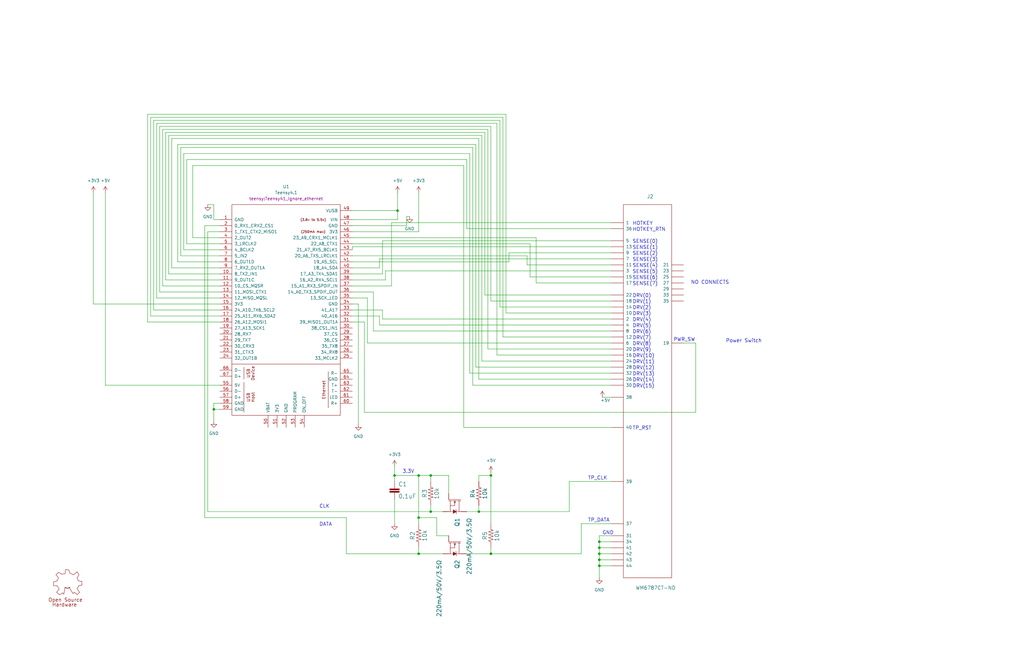
<source format=kicad_sch>
(kicad_sch (version 20211123) (generator eeschema)
  (paper "User" 431.8 279.4)
  (lib_symbols
    (symbol "T61_LC_Scanner-eagle-import:0.1UF-0603-25V-(+80_-20%)" (pin_names (offset 1.016))
      (property "Reference" "C" (at 1.524 2.921 0))
      (property "Value" "0.1UF-0603-25V-(+80_-20%)" (at 1.524 -2.159 0))
      (symbol "0.1UF-0603-25V-(+80_-20%)_1_0"
        (rectangle (start -2.032 0.508) (end 2.032 1.016) (fill (type outline)))
        (rectangle (start -2.032 1.524) (end 2.032 2.032) (fill (type outline)))
        (polyline (pts (xy 0 0) (xy 0 0.508)))
        (polyline (pts (xy 0 2.54) (xy 0 2.032)))
        (pin passive line (at 0 5.08 270) (length 2.54) (name "1") (number "1"))
        (pin passive line (at 0 -2.54 90) (length 2.54) (name "2") (number "2"))
      )
    )
    (symbol "T61_LC_Scanner-eagle-import:10KOHM-0603-1_10W-1%" (pin_names (offset 1.016))
      (property "Reference" "R" (at 0 1.524 0))
      (property "Value" "10KOHM-0603-1_10W-1%" (at 0 -1.524 0))
      (symbol "10KOHM-0603-1_10W-1%_1_0"
        (polyline (pts (xy -2.54 0) (xy -2.159 1.016)))
        (polyline (pts (xy -2.159 1.016) (xy -1.524 -1.016)))
        (polyline (pts (xy -1.524 -1.016) (xy -0.889 1.016)))
        (polyline (pts (xy -0.889 1.016) (xy -0.254 -1.016)))
        (polyline (pts (xy -0.254 -1.016) (xy 0.381 1.016)))
        (polyline (pts (xy 0.381 1.016) (xy 1.016 -1.016)))
        (polyline (pts (xy 1.016 -1.016) (xy 1.651 1.016)))
        (polyline (pts (xy 1.651 1.016) (xy 2.286 -1.016)))
        (polyline (pts (xy 2.286 -1.016) (xy 2.54 0)))
        (pin passive line (at -5.08 0 0) (length 2.54) (name "1") (number "1"))
        (pin passive line (at 5.08 0 180) (length 2.54) (name "2") (number "2"))
      )
    )
    (symbol "T61_LC_Scanner-eagle-import:MOSFET-NCH-BSS138" (pin_names (offset 1.016))
      (property "Reference" "Q" (at 5.08 0 0))
      (property "Value" "MOSFET-NCH-BSS138" (at 5.08 -2.54 0))
      (symbol "MOSFET-NCH-BSS138_1_0"
        (polyline (pts (xy -2.54 -2.54) (xy -2.54 2.54)))
        (polyline (pts (xy -1.9812 -1.905) (xy -1.9812 -2.54)))
        (polyline (pts (xy -1.9812 -1.905) (xy 0 -1.905)))
        (polyline (pts (xy -1.9812 -1.2954) (xy -1.9812 -1.905)))
        (polyline (pts (xy -1.9812 0.6858) (xy -1.9812 -0.8382)))
        (polyline (pts (xy -1.9812 1.8034) (xy -1.9812 1.0922)))
        (polyline (pts (xy -1.9812 1.8034) (xy 2.54 1.8034)))
        (polyline (pts (xy -1.9812 2.54) (xy -1.9812 1.8034)))
        (polyline (pts (xy 0 -1.905) (xy 0 0)))
        (polyline (pts (xy 0 0) (xy -1.2192 0)))
        (polyline (pts (xy 1.6002 0.381) (xy 1.778 0.5588)))
        (polyline (pts (xy 2.54 -2.54) (xy 2.54 -1.905)))
        (polyline (pts (xy 2.54 -1.905) (xy 0 -1.905)))
        (polyline (pts (xy 2.54 -0.7112) (xy 2.54 -1.905)))
        (polyline (pts (xy 2.54 0.5588) (xy 1.778 0.5588)))
        (polyline (pts (xy 2.54 0.5588) (xy 3.302 0.5588)))
        (polyline (pts (xy 2.54 1.8034) (xy 2.54 0.5588)))
        (polyline (pts (xy 2.54 2.54) (xy 2.54 1.8034)))
        (polyline (pts (xy 3.302 0.5588) (xy 3.4798 0.7366)))
        (polyline (pts (xy -1.9812 0) (xy -1.2192 0.254) (xy -1.2192 -0.254)) (fill (type outline)))
        (polyline (pts (xy 1.778 -0.7112) (xy 2.54 0.5588) (xy 3.302 -0.7112)) (fill (type outline)))
        (pin bidirectional line (at -5.08 -2.54 0) (length 2.54) (name "G") (number "1"))
        (pin bidirectional line (at 2.54 -5.08 90) (length 2.54) (name "S") (number "2"))
        (pin bidirectional line (at 2.54 5.08 270) (length 2.54) (name "D") (number "3"))
      )
    )
    (symbol "T61_LC_Scanner-eagle-import:OSHWLOGOLOGO5MM" (pin_names (offset 1.016))
      (symbol "OSHWLOGOLOGO5MM_1_0"
        (polyline (pts (xy 4.826 9.398) (xy 4.826 10.922)))
        (polyline (pts (xy 4.826 10.922) (xy 6.35 11.43)))
        (polyline (pts (xy 5.842 13.97) (xy 6.858 14.986)))
        (polyline (pts (xy 6.096 6.604) (xy 7.112 7.874)))
        (polyline (pts (xy 6.35 9.398) (xy 4.826 9.398)))
        (polyline (pts (xy 6.35 11.43) (xy 6.858 12.7)))
        (polyline (pts (xy 6.858 12.7) (xy 5.842 13.97)))
        (polyline (pts (xy 6.858 14.986) (xy 8.382 14.224)))
        (polyline (pts (xy 7.112 7.874) (xy 6.35 9.398)))
        (polyline (pts (xy 7.366 5.588) (xy 6.096 6.604)))
        (polyline (pts (xy 8.382 14.224) (xy 9.652 14.478)))
        (polyline (pts (xy 8.636 6.35) (xy 7.366 5.588)))
        (polyline (pts (xy 9.144 5.842) (xy 8.636 6.35)))
        (polyline (pts (xy 9.652 8.636) (xy 9.144 5.842)))
        (polyline (pts (xy 9.652 14.478) (xy 9.906 16.256)))
        (polyline (pts (xy 9.906 16.256) (xy 11.176 16.002)))
        (polyline (pts (xy 11.176 16.002) (xy 11.684 14.732)))
        (polyline (pts (xy 11.684 14.732) (xy 13.208 13.97)))
        (polyline (pts (xy 12.954 6.096) (xy 11.43 8.636)))
        (polyline (pts (xy 13.208 13.97) (xy 14.732 15.24)))
        (polyline (pts (xy 13.716 6.604) (xy 12.954 6.096)))
        (polyline (pts (xy 14.732 5.588) (xy 13.716 6.604)))
        (polyline (pts (xy 14.732 8.128) (xy 15.748 6.604)))
        (polyline (pts (xy 14.732 12.7) (xy 15.24 11.43)))
        (polyline (pts (xy 14.732 15.24) (xy 15.494 13.97)))
        (polyline (pts (xy 15.24 11.43) (xy 16.764 11.176)))
        (polyline (pts (xy 15.494 9.398) (xy 14.732 8.128)))
        (polyline (pts (xy 15.494 13.97) (xy 14.732 12.7)))
        (polyline (pts (xy 15.748 6.604) (xy 14.732 5.588)))
        (polyline (pts (xy 16.764 9.652) (xy 15.494 9.398)))
        (polyline (pts (xy 16.764 11.176) (xy 16.764 9.652)))
        (arc (start 9.652 8.636) (mid 10.668 8.3484) (end 11.684 8.636) (stroke (width 0.254)))
        (text "Hardware" (at 4.1402 0.508 0) (effects (font (size 1.4986 1.4986)) (justify left bottom)))
        (text "Open Source" (at 2.54 2.54 0) (effects (font (size 1.4986 1.4986)) (justify left bottom)))
      )
    )
    (symbol "T61_LC_Scanner-eagle-import:WM6787CT-ND" (pin_names (offset 1.016))
      (property "Reference" "J" (at 2.54 43.18 0))
      (property "Value" "WM6787CT-ND" (at -5.08 -121.92 0))
      (symbol "WM6787CT-ND_1_0"
        (polyline (pts (xy -10.16 -116.84) (xy 10.16 -116.84)))
        (polyline (pts (xy -10.16 40.64) (xy -10.16 -116.84)))
        (polyline (pts (xy 10.16 -116.84) (xy 10.16 40.64)))
        (polyline (pts (xy 10.16 40.64) (xy -10.16 40.64)))
        (pin bidirectional line (at -15.24 33.02 0) (length 5.08) (name "1") (number "P$1"))
        (pin bidirectional line (at -15.24 -5.08 0) (length 5.08) (name "10") (number "P$10"))
        (pin bidirectional line (at -15.24 15.24 0) (length 5.08) (name "11") (number "P$11"))
        (pin bidirectional line (at -15.24 -15.24 0) (length 5.08) (name "12") (number "P$12"))
        (pin bidirectional line (at -15.24 22.86 0) (length 5.08) (name "13") (number "P$13"))
        (pin bidirectional line (at -15.24 -2.54 0) (length 5.08) (name "14") (number "P$14"))
        (pin bidirectional line (at -15.24 10.16 0) (length 5.08) (name "15") (number "P$15"))
        (pin bidirectional line (at -15.24 -22.86 0) (length 5.08) (name "16") (number "P$16"))
        (pin bidirectional line (at -15.24 7.62 0) (length 5.08) (name "17") (number "P$17"))
        (pin bidirectional line (at -15.24 0 0) (length 5.08) (name "18") (number "P$18"))
        (pin bidirectional line (at 15.24 -17.78 180) (length 5.08) (name "19") (number "P$19"))
        (pin bidirectional line (at -15.24 -7.62 0) (length 5.08) (name "2") (number "P$2"))
        (pin bidirectional line (at -15.24 -20.32 0) (length 5.08) (name "20") (number "P$20"))
        (pin bidirectional line (at 15.24 15.24 180) (length 5.08) (name "21") (number "P$21"))
        (pin bidirectional line (at -15.24 2.54 0) (length 5.08) (name "22") (number "P$22"))
        (pin bidirectional line (at 15.24 12.7 180) (length 5.08) (name "23") (number "P$23"))
        (pin bidirectional line (at -15.24 -25.4 0) (length 5.08) (name "24") (number "P$24"))
        (pin bidirectional line (at 15.24 10.16 180) (length 5.08) (name "25") (number "P$25"))
        (pin bidirectional line (at -15.24 -33.02 0) (length 5.08) (name "26") (number "P$26"))
        (pin bidirectional line (at 15.24 7.62 180) (length 5.08) (name "27") (number "P$27"))
        (pin bidirectional line (at -15.24 -27.94 0) (length 5.08) (name "28") (number "P$28"))
        (pin bidirectional line (at 15.24 5.08 180) (length 5.08) (name "29") (number "P$29"))
        (pin bidirectional line (at -15.24 12.7 0) (length 5.08) (name "3") (number "P$3"))
        (pin bidirectional line (at -15.24 -35.56 0) (length 5.08) (name "30") (number "P$30"))
        (pin bidirectional line (at -15.24 -99.06 0) (length 5.08) (name "31") (number "P$31"))
        (pin bidirectional line (at -15.24 -30.48 0) (length 5.08) (name "32") (number "P$32"))
        (pin bidirectional line (at 15.24 2.54 180) (length 5.08) (name "33") (number "P$33"))
        (pin bidirectional line (at -15.24 -101.6 0) (length 5.08) (name "34") (number "P$34"))
        (pin bidirectional line (at 15.24 0 180) (length 5.08) (name "35") (number "P$35"))
        (pin bidirectional line (at -15.24 30.48 0) (length 5.08) (name "36") (number "P$36"))
        (pin bidirectional line (at -15.24 -93.98 0) (length 5.08) (name "37") (number "P$37"))
        (pin bidirectional line (at -15.24 -40.64 0) (length 5.08) (name "38") (number "P$38"))
        (pin bidirectional line (at -15.24 -76.2 0) (length 5.08) (name "39") (number "P$39"))
        (pin bidirectional line (at -15.24 -10.16 0) (length 5.08) (name "4") (number "P$4"))
        (pin bidirectional line (at -15.24 -53.34 0) (length 5.08) (name "40") (number "P$40"))
        (pin bidirectional line (at -15.24 -109.22 0) (length 5.08) (name "43") (number "P$41"))
        (pin bidirectional line (at -15.24 -111.76 0) (length 5.08) (name "44") (number "P$42"))
        (pin bidirectional line (at -15.24 -104.14 0) (length 5.08) (name "41") (number "P$43"))
        (pin bidirectional line (at -15.24 -106.68 0) (length 5.08) (name "42") (number "P$44"))
        (pin bidirectional line (at -15.24 25.4 0) (length 5.08) (name "5") (number "P$5"))
        (pin bidirectional line (at -15.24 -17.78 0) (length 5.08) (name "6") (number "P$6"))
        (pin bidirectional line (at -15.24 17.78 0) (length 5.08) (name "7") (number "P$7"))
        (pin bidirectional line (at -15.24 -12.7 0) (length 5.08) (name "8") (number "P$8"))
        (pin bidirectional line (at -15.24 20.32 0) (length 5.08) (name "9") (number "P$9"))
      )
    )
    (symbol "power:+3.3V" (power) (pin_names (offset 0))
      (property "Value" "+3.3V" (at 0 3.556 0))
      (symbol "+3.3V_0_1"
        (polyline (pts (xy -0.762 1.27) (xy 0 2.54)))
        (polyline (pts (xy 0 0) (xy 0 2.54)))
        (polyline (pts (xy 0 2.54) (xy 0.762 1.27)))
      )
      (symbol "+3.3V_1_1"
        (pin power_in line (at 0 0 90) (length 0) hide (name "+3V3") (number "1"))
      )
    )
    (symbol "power:+5V" (power) (pin_names (offset 0))
      (property "Value" "+5V" (at 0 3.556 0))
      (symbol "+5V_0_1"
        (polyline (pts (xy -0.762 1.27) (xy 0 2.54)))
        (polyline (pts (xy 0 0) (xy 0 2.54)))
        (polyline (pts (xy 0 2.54) (xy 0.762 1.27)))
      )
      (symbol "+5V_1_1"
        (pin power_in line (at 0 0 90) (length 0) hide (name "+5V") (number "1"))
      )
    )
    (symbol "power:GND" (power) (pin_names (offset 0))
      (property "Value" "GND" (at 0 -3.81 0))
      (symbol "GND_0_1"
        (polyline (pts (xy 0 0) (xy 0 -1.27) (xy 1.27 -1.27) (xy 0 -2.54) (xy -1.27 -1.27) (xy 0 -1.27)))
      )
      (symbol "GND_1_1"
        (pin power_in line (at 0 0 270) (length 0) hide (name "GND") (number "1"))
      )
    )
    (symbol "teensy:Teensy4.1" (pin_names (offset 1.016))
      (property "Reference" "U" (at 0 64.77 0))
      (property "Value" "Teensy4.1" (at 0 62.23 0))
      (property "Footprint" "teensy:Teensy41" (at -10.16 10.16 0))
      (symbol "Teensy4.1_0_0"
        (polyline (pts (xy -22.86 -6.35) (xy 22.86 -6.35)))
        (polyline (pts (xy -17.78 -26.67) (xy -17.78 -13.97)))
        (polyline (pts (xy -17.78 -7.62) (xy -17.78 -12.7)))
        (polyline (pts (xy 17.78 -9.525) (xy 17.78 -24.765)))
        (text "(250mA max)" (at 11.43 49.53 0) (effects (font (size 1.016 1.016))))
        (text "(3.6v to 5.5v)" (at 11.43 54.61 0) (effects (font (size 1.016 1.016))))
        (text "Device" (at -13.97 -10.16 900) (effects (font (size 1.27 1.27))))
        (text "Ethernet" (at 15.875 -17.145 900) (effects (font (size 1.27 1.27))))
        (text "Host" (at -13.97 -20.32 900) (effects (font (size 1.27 1.27))))
        (text "USB" (at -15.875 -20.32 900) (effects (font (size 1.27 1.27))))
        (text "USB" (at -15.875 -10.16 900) (effects (font (size 1.27 1.27))))
        (pin bidirectional line (at -27.94 31.75 0) (length 5.08) (name "8_TX2_IN1") (number "10"))
        (pin bidirectional line (at -27.94 29.21 0) (length 5.08) (name "9_OUT1C") (number "11"))
        (pin bidirectional line (at -27.94 26.67 0) (length 5.08) (name "10_CS_MQSR") (number "12"))
        (pin bidirectional line (at -27.94 24.13 0) (length 5.08) (name "11_MOSI_CTX1") (number "13"))
        (pin bidirectional line (at -27.94 21.59 0) (length 5.08) (name "12_MISO_MQSL") (number "14"))
        (pin power_in line (at -27.94 19.05 0) (length 5.08) (name "3V3") (number "15"))
        (pin bidirectional line (at -27.94 16.51 0) (length 5.08) (name "24_A10_TX6_SCL2") (number "16"))
        (pin bidirectional line (at -27.94 13.97 0) (length 5.08) (name "25_A11_RX6_SDA2") (number "17"))
        (pin bidirectional line (at -27.94 11.43 0) (length 5.08) (name "26_A12_MOSI1") (number "18"))
        (pin bidirectional line (at -27.94 8.89 0) (length 5.08) (name "27_A13_SCK1") (number "19"))
        (pin bidirectional line (at -27.94 6.35 0) (length 5.08) (name "28_RX7") (number "20"))
        (pin bidirectional line (at -27.94 3.81 0) (length 5.08) (name "29_TX7") (number "21"))
        (pin bidirectional line (at -27.94 1.27 0) (length 5.08) (name "30_CRX3") (number "22"))
        (pin bidirectional line (at -27.94 -1.27 0) (length 5.08) (name "31_CTX3") (number "23"))
        (pin bidirectional line (at -27.94 -3.81 0) (length 5.08) (name "32_OUT1B") (number "24"))
        (pin bidirectional line (at 27.94 -3.81 180) (length 5.08) (name "33_MCLK2") (number "25"))
        (pin bidirectional line (at 27.94 -1.27 180) (length 5.08) (name "34_RX8") (number "26"))
        (pin bidirectional line (at 27.94 1.27 180) (length 5.08) (name "35_TX8") (number "27"))
        (pin bidirectional line (at 27.94 3.81 180) (length 5.08) (name "36_CS") (number "28"))
        (pin bidirectional line (at 27.94 6.35 180) (length 5.08) (name "37_CS") (number "29"))
        (pin bidirectional line (at 27.94 8.89 180) (length 5.08) (name "38_CS1_IN1") (number "30"))
        (pin bidirectional line (at 27.94 11.43 180) (length 5.08) (name "39_MISO1_OUT1A") (number "31"))
        (pin bidirectional line (at 27.94 13.97 180) (length 5.08) (name "40_A16") (number "32"))
        (pin bidirectional line (at 27.94 16.51 180) (length 5.08) (name "41_A17") (number "33"))
        (pin bidirectional line (at 27.94 21.59 180) (length 5.08) (name "13_SCK_LED") (number "35"))
        (pin bidirectional line (at 27.94 24.13 180) (length 5.08) (name "14_A0_TX3_SPDIF_OUT") (number "36"))
        (pin bidirectional line (at 27.94 26.67 180) (length 5.08) (name "15_A1_RX3_SPDIF_IN") (number "37"))
        (pin bidirectional line (at 27.94 29.21 180) (length 5.08) (name "16_A2_RX4_SCL1") (number "38"))
        (pin bidirectional line (at 27.94 31.75 180) (length 5.08) (name "17_A3_TX4_SDA1") (number "39"))
        (pin bidirectional line (at 27.94 34.29 180) (length 5.08) (name "18_A4_SDA") (number "40"))
        (pin bidirectional line (at 27.94 36.83 180) (length 5.08) (name "19_A5_SCL") (number "41"))
        (pin bidirectional line (at 27.94 39.37 180) (length 5.08) (name "20_A6_TX5_LRCLK1") (number "42"))
        (pin bidirectional line (at 27.94 41.91 180) (length 5.08) (name "21_A7_RX5_BCLK1") (number "43"))
        (pin bidirectional line (at 27.94 44.45 180) (length 5.08) (name "22_A8_CTX1") (number "44"))
        (pin bidirectional line (at 27.94 46.99 180) (length 5.08) (name "23_A9_CRX1_MCLK1") (number "45"))
        (pin output line (at 27.94 49.53 180) (length 5.08) (name "3V3") (number "46"))
        (pin output line (at 27.94 52.07 180) (length 5.08) (name "GND") (number "47"))
        (pin power_in line (at 27.94 54.61 180) (length 5.08) (name "VIN") (number "48"))
        (pin power_out line (at 27.94 58.42 180) (length 5.08) (name "VUSB") (number "49"))
        (pin bidirectional line (at -27.94 44.45 0) (length 5.08) (name "3_LRCLK2") (number "5"))
        (pin power_in line (at -7.62 -33.02 90) (length 5.08) (name "VBAT") (number "50"))
        (pin power_in line (at -3.81 -33.02 90) (length 5.08) (name "3V3") (number "51"))
        (pin input line (at 0 -33.02 90) (length 5.08) (name "GND") (number "52"))
        (pin input line (at 3.81 -33.02 90) (length 5.08) (name "PROGRAM") (number "53"))
        (pin input line (at 7.62 -33.02 90) (length 5.08) (name "ON_OFF") (number "54"))
        (pin power_out line (at -27.94 -15.24 0) (length 5.08) (name "5V") (number "55"))
        (pin bidirectional line (at -27.94 -17.78 0) (length 5.08) (name "D-") (number "56"))
        (pin bidirectional line (at -27.94 -20.32 0) (length 5.08) (name "D+") (number "57"))
        (pin power_in line (at -27.94 -22.86 0) (length 5.08) (name "GND") (number "58"))
        (pin power_in line (at -27.94 -25.4 0) (length 5.08) (name "GND") (number "59"))
        (pin bidirectional line (at -27.94 41.91 0) (length 5.08) (name "4_BCLK2") (number "6"))
        (pin bidirectional line (at 27.94 -22.86 180) (length 5.08) (name "R+") (number "60"))
        (pin bidirectional line (at 27.94 -20.32 180) (length 5.08) (name "LED") (number "61"))
        (pin bidirectional line (at 27.94 -17.78 180) (length 5.08) (name "T-") (number "62"))
        (pin bidirectional line (at 27.94 -15.24 180) (length 5.08) (name "T+") (number "63"))
        (pin power_in line (at 27.94 -12.7 180) (length 5.08) (name "GND") (number "64"))
        (pin bidirectional line (at 27.94 -10.16 180) (length 5.08) (name "R-") (number "65"))
        (pin bidirectional line (at -27.94 -8.89 0) (length 5.08) (name "D-") (number "66"))
        (pin bidirectional line (at -27.94 -11.43 0) (length 5.08) (name "D+") (number "67"))
        (pin bidirectional line (at -27.94 39.37 0) (length 5.08) (name "5_IN2") (number "7"))
        (pin bidirectional line (at -27.94 36.83 0) (length 5.08) (name "6_OUT1D") (number "8"))
        (pin bidirectional line (at -27.94 34.29 0) (length 5.08) (name "7_RX2_OUT1A") (number "9"))
      )
      (symbol "Teensy4.1_0_1"
        (rectangle (start -22.86 60.96) (end 22.86 -27.94))
        (rectangle (start -20.32 -1.27) (end -20.32 -1.27))
      )
      (symbol "Teensy4.1_1_1"
        (pin power_in line (at -27.94 54.61 0) (length 5.08) (name "GND") (number "1"))
        (pin bidirectional line (at -27.94 52.07 0) (length 5.08) (name "0_RX1_CRX2_CS1") (number "2"))
        (pin bidirectional line (at -27.94 49.53 0) (length 5.08) (name "1_TX1_CTX2_MISO1") (number "3"))
        (pin power_in line (at 27.94 19.05 180) (length 5.08) (name "GND") (number "34"))
        (pin bidirectional line (at -27.94 46.99 0) (length 5.08) (name "2_OUT2") (number "4"))
      )
    )
  )
  (junction (at 181.61 215.9))
  (junction (at 90.17 172.72))
  (junction (at 167.64 88.9))
  (junction (at 252.73 228.6))
  (junction (at 181.61 200.66))
  (junction (at 201.93 215.9))
  (junction (at 252.73 238.76))
  (junction (at 252.73 233.68))
  (junction (at 176.53 218.44))
  (junction (at 252.73 231.14))
  (junction (at 252.73 236.22))
  (junction (at 176.53 200.66))
  (junction (at 207.01 233.68))
  (junction (at 166.37 200.66))
  (junction (at 207.01 200.66))
  (junction (at 176.53 233.68))
  (wire (pts (xy 257.81 101.6) (xy 161.29 101.6)))
  (wire (pts (xy 257.81 116.84) (xy 223.52 116.84)))
  (wire (pts (xy 257.81 154.94) (xy 200.66 154.94)))
  (wire (pts (xy 201.93 58.42) (xy 72.39 58.42)))
  (wire (pts (xy 74.93 60.96) (xy 74.93 110.49)))
  (wire (pts (xy 257.81 124.46) (xy 204.47 124.46)))
  (wire (pts (xy 222.25 111.76) (xy 222.25 107.95)))
  (wire (pts (xy 176.53 218.44) (xy 176.53 200.66)))
  (wire (pts (xy 203.2 152.4) (xy 203.2 57.15)))
  (wire (pts (xy 199.39 162.56) (xy 199.39 62.23)))
  (wire (pts (xy 92.71 128.27) (xy 39.37 128.27)))
  (wire (pts (xy 72.39 113.03) (xy 92.71 113.03)))
  (wire (pts (xy 67.31 123.19) (xy 92.71 123.19)))
  (wire (pts (xy 252.73 238.76) (xy 252.73 243.84)))
  (wire (pts (xy 90.17 172.72) (xy 90.17 177.8)))
  (wire (pts (xy 87.63 97.79) (xy 92.71 97.79)))
  (wire (pts (xy 171.45 91.44) (xy 172.72 91.44)))
  (wire (pts (xy 196.85 233.68) (xy 207.01 233.68)))
  (wire (pts (xy 181.61 203.2) (xy 181.61 200.66)))
  (wire (pts (xy 257.81 104.14) (xy 148.59 104.14)))
  (wire (pts (xy 257.81 226.06) (xy 252.73 226.06)))
  (wire (pts (xy 146.05 233.68) (xy 146.05 218.44)))
  (wire (pts (xy 176.53 231.14) (xy 176.53 233.68)))
  (wire (pts (xy 209.55 52.07) (xy 66.04 52.07)))
  (wire (pts (xy 207.01 199.39) (xy 207.01 200.66)))
  (wire (pts (xy 69.85 118.11) (xy 92.71 118.11)))
  (wire (pts (xy 257.81 134.62) (xy 161.29 134.62)))
  (wire (pts (xy 210.82 50.8) (xy 64.77 50.8)))
  (wire (pts (xy 201.93 200.66) (xy 207.01 200.66)))
  (wire (pts (xy 199.39 62.23) (xy 76.2 62.23)))
  (wire (pts (xy 176.53 97.79) (xy 176.53 81.28)))
  (wire (pts (xy 201.93 160.02) (xy 201.93 58.42)))
  (wire (pts (xy 195.58 180.34) (xy 257.81 180.34)))
  (wire (pts (xy 186.69 233.68) (xy 176.53 233.68)))
  (wire (pts (xy 196.85 215.9) (xy 201.93 215.9)))
  (wire (pts (xy 166.37 210.82) (xy 166.37 220.98)))
  (wire (pts (xy 72.39 58.42) (xy 72.39 113.03)))
  (wire (pts (xy 153.67 135.89) (xy 148.59 135.89)))
  (wire (pts (xy 257.81 129.54) (xy 210.82 129.54)))
  (wire (pts (xy 257.81 142.24) (xy 212.09 142.24)))
  (wire (pts (xy 165.1 93.98) (xy 165.1 120.65)))
  (wire (pts (xy 92.71 92.71) (xy 90.17 92.71)))
  (wire (pts (xy 77.47 64.77) (xy 77.47 105.41)))
  (wire (pts (xy 148.59 128.27) (xy 151.13 128.27)))
  (wire (pts (xy 161.29 134.62) (xy 161.29 130.81)))
  (wire (pts (xy 257.81 127) (xy 207.01 127)))
  (wire (pts (xy 71.12 115.57) (xy 92.71 115.57)))
  (wire (pts (xy 154.94 144.78) (xy 154.94 125.73)))
  (wire (pts (xy 189.23 200.66) (xy 181.61 200.66)))
  (wire (pts (xy 252.73 236.22) (xy 252.73 238.76)))
  (wire (pts (xy 148.59 100.33) (xy 226.06 100.33)))
  (wire (pts (xy 196.85 96.52) (xy 196.85 67.31)))
  (wire (pts (xy 154.94 125.73) (xy 148.59 125.73)))
  (wire (pts (xy 201.93 203.2) (xy 201.93 200.66)))
  (wire (pts (xy 257.81 93.98) (xy 165.1 93.98)))
  (wire (pts (xy 257.81 152.4) (xy 203.2 152.4)))
  (wire (pts (xy 257.81 160.02) (xy 201.93 160.02)))
  (wire (pts (xy 161.29 130.81) (xy 148.59 130.81)))
  (wire (pts (xy 210.82 129.54) (xy 210.82 50.8)))
  (wire (pts (xy 160.02 109.22) (xy 160.02 113.03)))
  (wire (pts (xy 203.2 57.15) (xy 71.12 57.15)))
  (wire (pts (xy 67.31 53.34) (xy 67.31 123.19)))
  (wire (pts (xy 90.17 170.18) (xy 90.17 172.72)))
  (wire (pts (xy 160.02 133.35) (xy 148.59 133.35)))
  (wire (pts (xy 240.03 215.9) (xy 240.03 203.2)))
  (wire (pts (xy 196.85 67.31) (xy 78.74 67.31)))
  (wire (pts (xy 77.47 105.41) (xy 92.71 105.41)))
  (wire (pts (xy 86.36 95.25) (xy 92.71 95.25)))
  (wire (pts (xy 148.59 97.79) (xy 176.53 97.79)))
  (wire (pts (xy 86.36 218.44) (xy 86.36 95.25)))
  (wire (pts (xy 257.81 96.52) (xy 196.85 96.52)))
  (wire (pts (xy 254 167.64) (xy 257.81 167.64)))
  (wire (pts (xy 92.71 162.56) (xy 44.45 162.56)))
  (wire (pts (xy 64.77 50.8) (xy 64.77 130.81)))
  (wire (pts (xy 212.09 142.24) (xy 212.09 49.53)))
  (wire (pts (xy 201.93 215.9) (xy 240.03 215.9)))
  (wire (pts (xy 148.59 88.9) (xy 167.64 88.9)))
  (wire (pts (xy 213.36 48.26) (xy 62.23 48.26)))
  (wire (pts (xy 90.17 172.72) (xy 92.71 172.72)))
  (wire (pts (xy 240.03 203.2) (xy 257.81 203.2)))
  (wire (pts (xy 223.52 102.87) (xy 148.59 102.87)))
  (wire (pts (xy 257.81 147.32) (xy 205.74 147.32)))
  (wire (pts (xy 257.81 111.76) (xy 222.25 111.76)))
  (wire (pts (xy 209.55 149.86) (xy 209.55 52.07)))
  (wire (pts (xy 76.2 62.23) (xy 76.2 107.95)))
  (wire (pts (xy 257.81 231.14) (xy 252.73 231.14)))
  (wire (pts (xy 181.61 215.9) (xy 181.61 213.36)))
  (wire (pts (xy 222.25 107.95) (xy 148.59 107.95)))
  (wire (pts (xy 184.15 226.06) (xy 184.15 218.44)))
  (wire (pts (xy 90.17 170.18) (xy 92.71 170.18)))
  (wire (pts (xy 293.37 173.99) (xy 153.67 173.99)))
  (wire (pts (xy 148.59 92.71) (xy 167.64 92.71)))
  (wire (pts (xy 214.63 110.49) (xy 148.59 110.49)))
  (wire (pts (xy 205.74 147.32) (xy 205.74 54.61)))
  (wire (pts (xy 64.77 130.81) (xy 92.71 130.81)))
  (wire (pts (xy 207.01 220.98) (xy 207.01 200.66)))
  (wire (pts (xy 245.11 220.98) (xy 257.81 220.98)))
  (wire (pts (xy 252.73 231.14) (xy 252.73 233.68)))
  (wire (pts (xy 68.58 54.61) (xy 68.58 120.65)))
  (wire (pts (xy 257.81 132.08) (xy 213.36 132.08)))
  (wire (pts (xy 288.29 144.78) (xy 293.37 144.78)))
  (wire (pts (xy 90.17 86.36) (xy 87.63 86.36)))
  (wire (pts (xy 257.81 106.68) (xy 214.63 106.68)))
  (wire (pts (xy 78.74 102.87) (xy 92.71 102.87)))
  (wire (pts (xy 257.81 162.56) (xy 199.39 162.56)))
  (wire (pts (xy 63.5 49.53) (xy 63.5 133.35)))
  (wire (pts (xy 86.36 218.44) (xy 146.05 218.44)))
  (wire (pts (xy 223.52 116.84) (xy 223.52 102.87)))
  (wire (pts (xy 162.56 118.11) (xy 148.59 118.11)))
  (wire (pts (xy 200.66 60.96) (xy 74.93 60.96)))
  (wire (pts (xy 90.17 92.71) (xy 90.17 86.36)))
  (wire (pts (xy 171.45 95.25) (xy 171.45 91.44)))
  (wire (pts (xy 198.12 157.48) (xy 198.12 64.77)))
  (wire (pts (xy 245.11 233.68) (xy 245.11 220.98)))
  (wire (pts (xy 71.12 57.15) (xy 71.12 115.57)))
  (wire (pts (xy 148.59 104.14) (xy 148.59 105.41)))
  (wire (pts (xy 81.28 69.85) (xy 81.28 100.33)))
  (wire (pts (xy 257.81 238.76) (xy 252.73 238.76)))
  (wire (pts (xy 87.63 215.9) (xy 87.63 97.79)))
  (wire (pts (xy 204.47 124.46) (xy 204.47 55.88)))
  (wire (pts (xy 189.23 226.06) (xy 184.15 226.06)))
  (wire (pts (xy 214.63 106.68) (xy 214.63 110.49)))
  (wire (pts (xy 176.53 233.68) (xy 146.05 233.68)))
  (wire (pts (xy 184.15 218.44) (xy 176.53 218.44)))
  (wire (pts (xy 257.81 157.48) (xy 198.12 157.48)))
  (wire (pts (xy 166.37 203.2) (xy 166.37 200.66)))
  (wire (pts (xy 157.48 123.19) (xy 148.59 123.19)))
  (wire (pts (xy 207.01 53.34) (xy 67.31 53.34)))
  (wire (pts (xy 226.06 119.38) (xy 257.81 119.38)))
  (wire (pts (xy 257.81 139.7) (xy 157.48 139.7)))
  (wire (pts (xy 76.2 107.95) (xy 92.71 107.95)))
  (wire (pts (xy 176.53 220.98) (xy 176.53 218.44)))
  (wire (pts (xy 252.73 228.6) (xy 252.73 231.14)))
  (wire (pts (xy 167.64 88.9) (xy 167.64 81.28)))
  (wire (pts (xy 74.93 110.49) (xy 92.71 110.49)))
  (wire (pts (xy 213.36 132.08) (xy 213.36 48.26)))
  (wire (pts (xy 166.37 196.85) (xy 166.37 200.66)))
  (wire (pts (xy 161.29 101.6) (xy 161.29 115.57)))
  (wire (pts (xy 78.74 67.31) (xy 78.74 102.87)))
  (wire (pts (xy 176.53 200.66) (xy 166.37 200.66)))
  (wire (pts (xy 148.59 95.25) (xy 171.45 95.25)))
  (wire (pts (xy 151.13 128.27) (xy 151.13 179.07)))
  (wire (pts (xy 293.37 144.78) (xy 293.37 173.99)))
  (wire (pts (xy 160.02 137.16) (xy 160.02 133.35)))
  (wire (pts (xy 207.01 231.14) (xy 207.01 233.68)))
  (wire (pts (xy 161.29 115.57) (xy 148.59 115.57)))
  (wire (pts (xy 207.01 127) (xy 207.01 53.34)))
  (wire (pts (xy 62.23 48.26) (xy 62.23 135.89)))
  (wire (pts (xy 186.69 215.9) (xy 181.61 215.9)))
  (wire (pts (xy 198.12 64.77) (xy 77.47 64.77)))
  (wire (pts (xy 200.66 154.94) (xy 200.66 60.96)))
  (wire (pts (xy 257.81 144.78) (xy 154.94 144.78)))
  (wire (pts (xy 66.04 125.73) (xy 92.71 125.73)))
  (wire (pts (xy 257.81 114.3) (xy 162.56 114.3)))
  (wire (pts (xy 62.23 135.89) (xy 92.71 135.89)))
  (wire (pts (xy 257.81 109.22) (xy 160.02 109.22)))
  (wire (pts (xy 226.06 100.33) (xy 226.06 119.38)))
  (wire (pts (xy 252.73 233.68) (xy 252.73 236.22)))
  (wire (pts (xy 68.58 120.65) (xy 92.71 120.65)))
  (wire (pts (xy 63.5 133.35) (xy 92.71 133.35)))
  (wire (pts (xy 212.09 49.53) (xy 63.5 49.53)))
  (wire (pts (xy 189.23 208.28) (xy 189.23 200.66)))
  (wire (pts (xy 257.81 137.16) (xy 160.02 137.16)))
  (wire (pts (xy 257.81 149.86) (xy 209.55 149.86)))
  (wire (pts (xy 205.74 54.61) (xy 68.58 54.61)))
  (wire (pts (xy 160.02 113.03) (xy 148.59 113.03)))
  (wire (pts (xy 81.28 100.33) (xy 92.71 100.33)))
  (wire (pts (xy 44.45 162.56) (xy 44.45 81.28)))
  (wire (pts (xy 204.47 55.88) (xy 69.85 55.88)))
  (wire (pts (xy 207.01 233.68) (xy 245.11 233.68)))
  (wire (pts (xy 87.63 215.9) (xy 181.61 215.9)))
  (wire (pts (xy 195.58 180.34) (xy 195.58 69.85)))
  (wire (pts (xy 69.85 55.88) (xy 69.85 118.11)))
  (wire (pts (xy 39.37 128.27) (xy 39.37 81.28)))
  (wire (pts (xy 181.61 200.66) (xy 176.53 200.66)))
  (wire (pts (xy 162.56 114.3) (xy 162.56 118.11)))
  (wire (pts (xy 257.81 236.22) (xy 252.73 236.22)))
  (wire (pts (xy 195.58 69.85) (xy 81.28 69.85)))
  (wire (pts (xy 257.81 233.68) (xy 252.73 233.68)))
  (wire (pts (xy 201.93 215.9) (xy 201.93 213.36)))
  (wire (pts (xy 257.81 228.6) (xy 252.73 228.6)))
  (wire (pts (xy 252.73 226.06) (xy 252.73 228.6)))
  (wire (pts (xy 157.48 139.7) (xy 157.48 123.19)))
  (wire (pts (xy 167.64 92.71) (xy 167.64 88.9)))
  (wire (pts (xy 66.04 52.07) (xy 66.04 125.73)))
  (wire (pts (xy 153.67 173.99) (xy 153.67 135.89)))
  (wire (pts (xy 165.1 120.65) (xy 148.59 120.65)))
  (text "HOTKEY" (at 266.7 95.25 0) (effects (font (size 1.4986 1.4986)) (justify left bottom)))
  (text "DRV(0)" (at 266.7 125.73 0) (effects (font (size 1.4986 1.4986)) (justify left bottom)))
  (text "CLK" (at 134.62 214.63 0) (effects (font (size 1.4986 1.4986)) (justify left bottom)))
  (text "DRV(4)" (at 266.7 135.89 0) (effects (font (size 1.4986 1.4986)) (justify left bottom)))
  (text "DRV(13)" (at 266.7 158.75 0) (effects (font (size 1.4986 1.4986)) (justify left bottom)))
  (text "DRV(3)" (at 266.7 133.35 0) (effects (font (size 1.4986 1.4986)) (justify left bottom)))
  (text "SENSE(7)" (at 266.7 120.65 0) (effects (font (size 1.4986 1.4986)) (justify left bottom)))
  (text "TP_RST" (at 266.7 181.61 0) (effects (font (size 1.4986 1.4986)) (justify left bottom)))
  (text "SENSE(0)" (at 266.7 102.87 0) (effects (font (size 1.4986 1.4986)) (justify left bottom)))
  (text "TP_DATA" (at 247.904 220.472 0) (effects (font (size 1.4986 1.4986)) (justify left bottom)))
  (text "DRV(8)" (at 266.7 146.05 0) (effects (font (size 1.4986 1.4986)) (justify left bottom)))
  (text "DRV(6)" (at 266.7 140.97 0) (effects (font (size 1.4986 1.4986)) (justify left bottom)))
  (text "DRV(10)" (at 266.7 151.13 0) (effects (font (size 1.4986 1.4986)) (justify left bottom)))
  (text "TP_CLK" (at 247.904 202.692 0) (effects (font (size 1.4986 1.4986)) (justify left bottom)))
  (text "SENSE(2)" (at 266.7 107.95 0) (effects (font (size 1.4986 1.4986)) (justify left bottom)))
  (text "GND" (at 254 225.806 0) (effects (font (size 1.4986 1.4986)) (justify left bottom)))
  (text "3.3V" (at 169.672 199.898 0) (effects (font (size 1.4986 1.4986)) (justify left bottom)))
  (text "SENSE(6)" (at 266.7 118.11 0) (effects (font (size 1.4986 1.4986)) (justify left bottom)))
  (text "SENSE(5)" (at 266.7 115.57 0) (effects (font (size 1.4986 1.4986)) (justify left bottom)))
  (text "DRV(5)" (at 266.7 138.43 0) (effects (font (size 1.4986 1.4986)) (justify left bottom)))
  (text "SENSE(4)" (at 266.7 113.03 0) (effects (font (size 1.4986 1.4986)) (justify left bottom)))
  (text "DRV(7)" (at 266.7 143.51 0) (effects (font (size 1.4986 1.4986)) (justify left bottom)))
  (text "DRV(2)" (at 266.7 130.81 0) (effects (font (size 1.4986 1.4986)) (justify left bottom)))
  (text "DRV(14)" (at 266.7 161.29 0) (effects (font (size 1.4986 1.4986)) (justify left bottom)))
  (text "SENSE(3)" (at 266.7 110.49 0) (effects (font (size 1.4986 1.4986)) (justify left bottom)))
  (text "PWR_SW" (at 283.972 144.272 0) (effects (font (size 1.4986 1.4986)) (justify left bottom)))
  (text "HOTKEY_RTN" (at 266.7 97.79 0) (effects (font (size 1.4986 1.4986)) (justify left bottom)))
  (text "SENSE(1)" (at 266.7 105.41 0) (effects (font (size 1.4986 1.4986)) (justify left bottom)))
  (text "DRV(9)" (at 266.7 148.59 0) (effects (font (size 1.4986 1.4986)) (justify left bottom)))
  (text "DRV(12)" (at 266.7 156.21 0) (effects (font (size 1.4986 1.4986)) (justify left bottom)))
  (text "DRV(11)" (at 266.7 153.67 0) (effects (font (size 1.4986 1.4986)) (justify left bottom)))
  (text "Power Switch" (at 306.07 144.78 0) (effects (font (size 1.4986 1.4986)) (justify left bottom)))
  (text "DRV(1)" (at 266.7 128.27 0) (effects (font (size 1.4986 1.4986)) (justify left bottom)))
  (text "DRV(15)" (at 266.7 163.83 0) (effects (font (size 1.4986 1.4986)) (justify left bottom)))
  (text "NO CONNECTS" (at 291.338 120.142 0) (effects (font (size 1.4986 1.4986)) (justify left bottom)))
  (text "DATA" (at 134.62 222.25 0) (effects (font (size 1.4986 1.4986)) (justify left bottom)))
  (symbol (lib_id "power:GND") (at 151.13 179.07 0) (unit 1)
    (property "Reference" "#PWR0110" (effects hide))
    (property "Value" "GND" (at 151.13 184.15 0))
  )
  (symbol (lib_id "T61_LC_Scanner-eagle-import:MOSFET-NCH-BSS138") (at 191.77 213.36 270) (unit 1)
    (property "Reference" "Q1" (at 191.77 218.44 0) (effects (font (size 1.778 1.778)) (justify left bottom)))
    (property "Value" "220mA/50V/3.5Ω" (at 196.85 218.44 0) (effects (font (size 1.778 1.778)) (justify left bottom)))
    (property "Footprint" "Library:SOT23-3" (effects hide))
  )
  (symbol (lib_id "power:+3.3V") (at 39.37 81.28 0) (unit 1)
    (property "Reference" "#PWR0107" (effects hide))
    (property "Value" "+3.3V" (at 39.37 76.2 0))
  )
  (symbol (lib_id "power:GND") (at 87.63 86.36 0) (unit 1)
    (property "Reference" "#PWR0111" (effects hide))
    (property "Value" "GND" (at 87.63 91.44 0))
  )
  (symbol (lib_id "power:GND") (at 252.73 243.84 0) (unit 1)
    (property "Reference" "#PWR0101" (effects hide))
    (property "Value" "GND" (at 252.73 248.92 0))
  )
  (symbol (lib_id "teensy:Teensy4.1") (at 120.65 147.32 0) (unit 1)
    (property "Reference" "U1" (at 120.65 78.74 0))
    (property "Value" "Teensy4.1" (at 120.65 81.28 0))
    (property "Footprint" "teensy:Teensy41_ignore_ethernet" (at 120.65 83.82 0))
  )
  (symbol (lib_id "T61_LC_Scanner-eagle-import:0.1UF-0603-25V-(+80_-20%)") (at 166.37 208.28 0) (unit 1)
    (property "Reference" "C1" (at 167.894 205.359 0) (effects (font (size 1.778 1.778)) (justify left bottom)))
    (property "Value" "0.1uF" (at 167.894 210.439 0) (effects (font (size 1.778 1.778)) (justify left bottom)))
    (property "Footprint" "Library:0603" (effects hide))
  )
  (symbol (lib_id "power:+5V") (at 207.01 199.39 0) (unit 1)
    (property "Reference" "#PWR0102" (effects hide))
    (property "Value" "+5V" (at 207.01 194.31 0))
  )
  (symbol (lib_id "T61_LC_Scanner-eagle-import:10KOHM-0603-1_10W-1%") (at 207.01 226.06 90) (unit 1)
    (property "Reference" "R5" (at 205.486 226.06 0) (effects (font (size 1.778 1.778)) (justify bottom)))
    (property "Value" "10k" (at 208.534 226.06 0) (effects (font (size 1.778 1.778)) (justify top)))
    (property "Footprint" "Library:0603" (effects hide))
  )
  (symbol (lib_id "power:GND") (at 166.37 220.98 0) (unit 1)
    (property "Reference" "#PWR0105" (effects hide))
    (property "Value" "GND" (at 166.37 226.06 0))
  )
  (symbol (lib_id "T61_LC_Scanner-eagle-import:10KOHM-0603-1_10W-1%") (at 176.53 226.06 90) (unit 1)
    (property "Reference" "R2" (at 175.006 226.06 0) (effects (font (size 1.778 1.778)) (justify bottom)))
    (property "Value" "10k" (at 178.054 226.06 0) (effects (font (size 1.778 1.778)) (justify top)))
    (property "Footprint" "Library:0603" (effects hide))
  )
  (symbol (lib_id "T61_LC_Scanner-eagle-import:10KOHM-0603-1_10W-1%") (at 201.93 208.28 90) (unit 1)
    (property "Reference" "R4" (at 200.406 208.28 0) (effects (font (size 1.778 1.778)) (justify bottom)))
    (property "Value" "10k" (at 203.454 208.28 0) (effects (font (size 1.778 1.778)) (justify top)))
    (property "Footprint" "Library:0603" (effects hide))
  )
  (symbol (lib_id "T61_LC_Scanner-eagle-import:MOSFET-NCH-BSS138") (at 191.77 231.14 270) (unit 1)
    (property "Reference" "Q2" (at 191.77 236.22 0) (effects (font (size 1.778 1.778)) (justify left bottom)))
    (property "Value" "220mA/50V/3.5Ω" (at 184.15 236.22 0) (effects (font (size 1.778 1.778)) (justify left bottom)))
    (property "Footprint" "Library:SOT23-3" (effects hide))
  )
  (symbol (lib_id "T61_LC_Scanner-eagle-import:OSHWLOGOLOGO5MM") (at 17.78 256.54 0) (unit 1)
    (property "Reference" "GOLD_ORB_SM1" (effects hide))
    (property "Value" "OSHWLOGOLOGO5MM" (effects hide))
    (property "Footprint" "Library:OSHW_5MM" (effects hide))
  )
  (symbol (lib_id "power:+3.3V") (at 176.53 81.28 0) (unit 1)
    (property "Reference" "#PWR0112" (effects hide))
    (property "Value" "+3.3V" (at 176.53 76.2 0))
  )
  (symbol (lib_id "power:GND") (at 90.17 177.8 0) (unit 1)
    (property "Reference" "#PWR0109" (effects hide))
    (property "Value" "GND" (at 90.17 182.88 0))
  )
  (symbol (lib_id "power:+3.3V") (at 166.37 196.85 0) (unit 1)
    (property "Reference" "#PWR0104" (effects hide))
    (property "Value" "+3.3V" (at 166.37 191.77 0))
  )
  (symbol (lib_id "T61_LC_Scanner-eagle-import:WM6787CT-ND") (at 273.05 127 0) (unit 1)
    (property "Reference" "J2" (at 275.59 83.82 0) (effects (font (size 1.4986 1.4986)) (justify right bottom)))
    (property "Value" "WM6787CT-ND" (at 267.97 248.92 0) (effects (font (size 1.4986 1.4986)) (justify left bottom)))
    (property "Footprint" "Library:WM6787CT-ND" (effects hide))
  )
  (symbol (lib_id "power:+5V") (at 254 167.64 0) (unit 1)
    (property "Reference" "#PWR0106" (effects hide))
    (property "Value" "+5V" (at 255.27 168.91 0))
  )
  (symbol (lib_id "power:+5V") (at 167.64 81.28 0) (unit 1)
    (property "Reference" "#PWR0113" (effects hide))
    (property "Value" "+5V" (at 167.64 76.2 0))
  )
  (symbol (lib_id "power:GND") (at 172.72 91.44 0) (unit 1)
    (property "Reference" "#PWR0103" (effects hide))
    (property "Value" "GND" (at 172.72 96.52 0))
  )
  (symbol (lib_id "T61_LC_Scanner-eagle-import:10KOHM-0603-1_10W-1%") (at 181.61 208.28 90) (unit 1)
    (property "Reference" "R3" (at 180.086 208.28 0) (effects (font (size 1.778 1.778)) (justify bottom)))
    (property "Value" "10k" (at 183.134 208.28 0) (effects (font (size 1.778 1.778)) (justify top)))
    (property "Footprint" "Library:0603" (effects hide))
  )
  (symbol (lib_id "power:+5V") (at 44.45 81.28 0) (unit 1)
    (property "Reference" "#PWR0108" (effects hide))
    (property "Value" "+5V" (at 44.45 76.2 0))
  )
)
</source>
